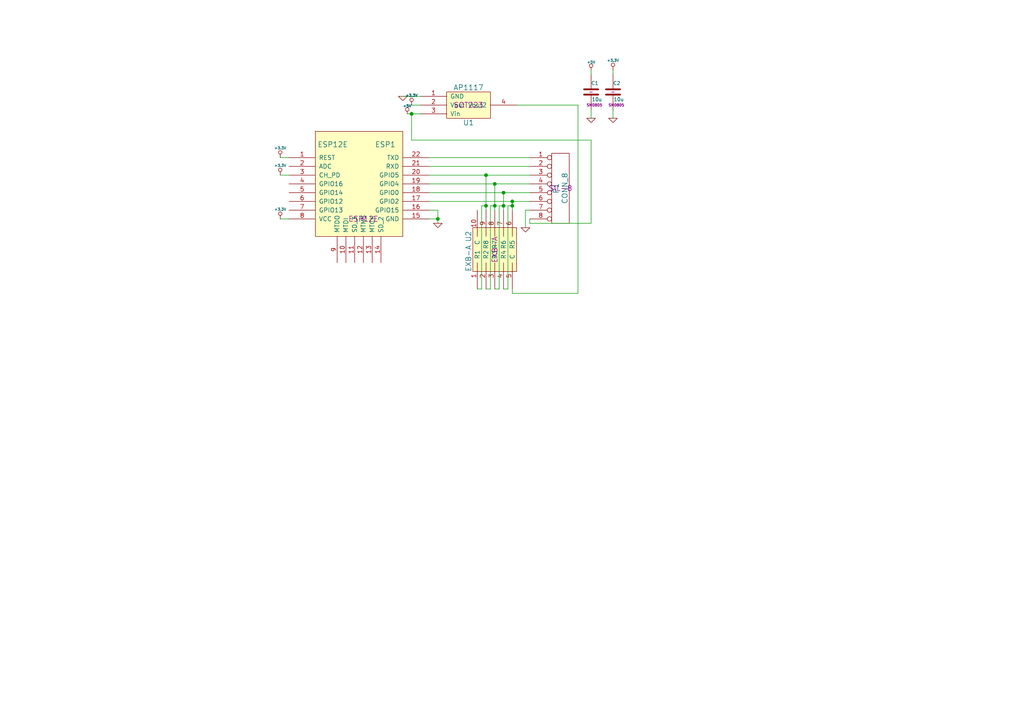
<source format=kicad_sch>
(kicad_sch (version 20230121) (generator eeschema)
  (paper "A4")
  (title_block (title "noname.sch") (date "10 oct 2015"))
  (lib_symbols
    (symbol "esp12e-generics-rescue:+3.3V" (power) (pin_names (offset 0))
      (property "Value" "+3.3V" (at 0 2.794 0))
      (symbol "+3.3V_0_0"
        (pin power_in line (at 0 0 90) (length 0) hide (name "+3.3V") (number "1"))
      )
      (symbol "+3.3V_0_1"
        (polyline (pts (xy 0 0) (xy 0 1.016) (xy 0 1.016)))
        (circle (center 0 1.524) (radius 0.508))
      )
    )
    (symbol "esp12e-generics-rescue:+5V" (power) (pin_names (offset 1.016))
      (property "Value" "+5V" (at 0 2.286 0))
      (symbol "+5V_0_0"
        (pin power_in line (at 0 0 90) (length 0) hide (name "+5V") (number "1"))
      )
      (symbol "+5V_0_1"
        (polyline (pts (xy 0 0) (xy 0 0.762) (xy 0 0.762) (xy 0 0.762)))
        (circle (center 0 1.27) (radius 0.508))
      )
    )
    (symbol "esp12e-generics-rescue:AP1117" (pin_names (offset 1.016))
      (property "Reference" "U" (at 0 5.08 0))
      (property "Value" "AP1117" (at 0 -5.08 0))
      (symbol "AP1117_0_1"
        (rectangle (start -6.35 3.81) (end 6.35 -3.81) (fill (type background)))
      )
      (symbol "AP1117_1_1"
        (pin bidirectional line (at 13.97 -2.54 180) (length 7.62) (name "GND") (number "1"))
        (pin bidirectional line (at 13.97 0 180) (length 7.62) (name "Vout") (number "2"))
        (pin bidirectional line (at 13.97 2.54 180) (length 7.62) (name "Vin") (number "3"))
        (pin bidirectional line (at -13.97 0 0) (length 7.62) (name "Vout2") (number "4"))
      )
    )
    (symbol "esp12e-generics-rescue:C" (pin_numbers hide) (pin_names (offset 0.254))
      (property "Reference" "C" (at 0 2.54 0))
      (property "Value" "C" (at 0.1524 -2.159 0))
      (symbol "C_0_1"
        (polyline (pts (xy -2.032 -0.762) (xy 2.032 -0.762)) (stroke (width 0.508)))
        (polyline (pts (xy -2.032 0.762) (xy 2.032 0.762)) (stroke (width 0.508)))
      )
      (symbol "C_1_1"
        (pin passive line (at 0 5.08 270) (length 4.318) (name "~") (number "1"))
        (pin passive line (at 0 -5.08 90) (length 4.318) (name "~") (number "2"))
      )
    )
    (symbol "esp12e-generics-rescue:CONN_8" (pin_names (offset 1.016) hide)
      (property "Reference" "P" (at -1.27 0 90))
      (property "Value" "CONN_8" (at 1.27 0 90))
      (symbol "CONN_8_0_1"
        (rectangle (start -2.54 10.16) (end 2.54 -10.16))
      )
      (symbol "CONN_8_1_1"
        (pin passive inverted (at -8.89 8.89 0) (length 6.35) (name "P1") (number "1"))
        (pin passive inverted (at -8.89 6.35 0) (length 6.35) (name "P2") (number "2"))
        (pin passive inverted (at -8.89 3.81 0) (length 6.35) (name "P3") (number "3"))
        (pin passive inverted (at -8.89 1.27 0) (length 6.35) (name "P4") (number "4"))
        (pin passive inverted (at -8.89 -1.27 0) (length 6.35) (name "P5") (number "5"))
        (pin passive inverted (at -8.89 -3.81 0) (length 6.35) (name "P6") (number "6"))
        (pin passive inverted (at -8.89 -6.35 0) (length 6.35) (name "P7") (number "7"))
        (pin passive inverted (at -8.89 -8.89 0) (length 6.35) (name "P8") (number "8"))
      )
    )
    (symbol "esp12e-generics-rescue:ESP12E" (pin_names (offset 1.016))
      (property "Reference" "ESP" (at 7.62 15.24 0))
      (property "Value" "ESP12E" (at -7.62 15.24 0))
      (symbol "ESP12E_0_1"
        (rectangle (start -12.7 19.05) (end 12.7 -11.43) (fill (type background)))
      )
      (symbol "ESP12E_1_1"
        (pin input line (at -20.32 11.43 0) (length 7.62) (name "REST") (number "1"))
        (pin input line (at -3.81 -19.05 90) (length 7.62) (name "MTDI") (number "10"))
        (pin input line (at -1.27 -19.05 90) (length 7.62) (name "SD_3") (number "11"))
        (pin input line (at 1.27 -19.05 90) (length 7.62) (name "MTMS") (number "12"))
        (pin input line (at 3.81 -19.05 90) (length 7.62) (name "MTCK") (number "13"))
        (pin input line (at 6.35 -19.05 90) (length 7.62) (name "SD_2") (number "14"))
        (pin input line (at 20.32 -6.35 180) (length 7.62) (name "GND") (number "15"))
        (pin input line (at 20.32 -3.81 180) (length 7.62) (name "GPIO15") (number "16"))
        (pin input line (at 20.32 -1.27 180) (length 7.62) (name "GPIO2") (number "17"))
        (pin input line (at 20.32 1.27 180) (length 7.62) (name "GPIO0") (number "18"))
        (pin input line (at 20.32 3.81 180) (length 7.62) (name "GPIO4") (number "19"))
        (pin input line (at -20.32 8.89 0) (length 7.62) (name "ADC") (number "2"))
        (pin input line (at 20.32 6.35 180) (length 7.62) (name "GPIO5") (number "20"))
        (pin input line (at 20.32 8.89 180) (length 7.62) (name "RXD") (number "21"))
        (pin input line (at 20.32 11.43 180) (length 7.62) (name "TXD") (number "22"))
        (pin input line (at -20.32 6.35 0) (length 7.62) (name "CH_PD") (number "3"))
        (pin input line (at -20.32 3.81 0) (length 7.62) (name "GPIO16") (number "4"))
        (pin input line (at -20.32 1.27 0) (length 7.62) (name "GPIO14") (number "5"))
        (pin input line (at -20.32 -1.27 0) (length 7.62) (name "GPIO12") (number "6"))
        (pin input line (at -20.32 -3.81 0) (length 7.62) (name "GPIO13") (number "7"))
        (pin input line (at -20.32 -6.35 0) (length 7.62) (name "VCC") (number "8"))
        (pin input line (at -6.35 -19.05 90) (length 7.62) (name "MTDO") (number "9"))
      )
    )
    (symbol "esp12e-generics-rescue:EXB-A" (pin_names (offset 1.016))
      (property "Reference" "U" (at 3.81 7.62 0))
      (property "Value" "EXB-A" (at -2.54 7.62 0))
      (symbol "EXB-A_0_1"
        (rectangle (start -6.35 6.35) (end 6.35 -6.35) (fill (type background)))
      )
      (symbol "EXB-A_1_1"
        (pin bidirectional line (at -11.43 5.08 0) (length 7.62) (name "R1") (number "1"))
        (pin bidirectional line (at 11.43 5.08 180) (length 7.62) (name "C") (number "10"))
        (pin bidirectional line (at -11.43 2.54 0) (length 7.62) (name "R2") (number "2"))
        (pin bidirectional line (at -11.43 0 0) (length 7.62) (name "R3") (number "3"))
        (pin bidirectional line (at -11.43 -2.54 0) (length 7.62) (name "R4") (number "4"))
        (pin bidirectional line (at -11.43 -5.08 0) (length 7.62) (name "C") (number "5"))
        (pin bidirectional line (at 11.43 -5.08 180) (length 7.62) (name "R5") (number "6"))
        (pin bidirectional line (at 11.43 -2.54 180) (length 7.62) (name "R6") (number "7"))
        (pin bidirectional line (at 11.43 0 180) (length 7.62) (name "R7") (number "8"))
        (pin bidirectional line (at 11.43 2.54 180) (length 7.62) (name "R8") (number "9"))
      )
    )
    (symbol "esp12e-generics-rescue:GND" (power) (pin_names (offset 0))
      (symbol "GND_0_1"
        (polyline (pts (xy -1.27 0) (xy 0 -1.27) (xy 1.27 0) (xy -1.27 0)))
      )
      (symbol "GND_1_1"
        (pin power_in line (at 0 0 90) (length 0) hide (name "GND") (number "1"))
      )
    )
  )
  (junction (at 140.97 59.69))
  (junction (at 146.05 55.88))
  (junction (at 148.59 59.69))
  (junction (at 140.97 50.8))
  (junction (at 119.38 33.02))
  (junction (at 127 63.5))
  (junction (at 143.51 53.34))
  (junction (at 148.59 58.42))
  (junction (at 146.05 59.69))
  (junction (at 143.51 59.69))
  (wire (pts (xy 171.45 40.64) (xy 171.45 64.77)))
  (wire (pts (xy 81.28 63.5) (xy 83.82 63.5)))
  (wire (pts (xy 127 63.5) (xy 124.46 63.5)))
  (wire (pts (xy 81.28 50.8) (xy 83.82 50.8)))
  (wire (pts (xy 144.78 59.69) (xy 144.78 83.82)))
  (wire (pts (xy 143.51 53.34) (xy 143.51 59.69)))
  (wire (pts (xy 140.97 50.8) (xy 140.97 59.69)))
  (wire (pts (xy 140.97 59.69) (xy 140.97 60.96)))
  (wire (pts (xy 116.84 27.94) (xy 121.92 27.94)))
  (wire (pts (xy 81.28 45.72) (xy 83.82 45.72)))
  (wire (pts (xy 146.05 59.69) (xy 144.78 59.69)))
  (wire (pts (xy 146.05 55.88) (xy 153.67 55.88)))
  (wire (pts (xy 139.7 83.82) (xy 139.7 59.69)))
  (wire (pts (xy 124.46 60.96) (xy 127 60.96)))
  (wire (pts (xy 144.78 83.82) (xy 143.51 83.82)))
  (wire (pts (xy 147.32 83.82) (xy 146.05 83.82)))
  (wire (pts (xy 118.11 33.02) (xy 119.38 33.02)))
  (wire (pts (xy 142.24 59.69) (xy 142.24 83.82)))
  (wire (pts (xy 124.46 58.42) (xy 148.59 58.42)))
  (wire (pts (xy 138.43 83.82) (xy 139.7 83.82)))
  (wire (pts (xy 148.59 85.09) (xy 167.64 85.09)))
  (wire (pts (xy 143.51 53.34) (xy 153.67 53.34)))
  (wire (pts (xy 140.97 50.8) (xy 153.67 50.8)))
  (wire (pts (xy 146.05 59.69) (xy 146.05 60.96)))
  (wire (pts (xy 146.05 55.88) (xy 146.05 59.69)))
  (wire (pts (xy 149.86 30.48) (xy 167.64 30.48)))
  (wire (pts (xy 127 60.96) (xy 127 63.5)))
  (wire (pts (xy 167.64 85.09) (xy 167.64 30.48)))
  (wire (pts (xy 119.38 33.02) (xy 119.38 40.64)))
  (wire (pts (xy 153.67 45.72) (xy 124.46 45.72)))
  (wire (pts (xy 119.38 33.02) (xy 121.92 33.02)))
  (wire (pts (xy 119.38 40.64) (xy 171.45 40.64)))
  (wire (pts (xy 171.45 34.29) (xy 171.45 31.75)))
  (wire (pts (xy 152.4 60.96) (xy 153.67 60.96)))
  (wire (pts (xy 124.46 50.8) (xy 140.97 50.8)))
  (wire (pts (xy 177.8 34.29) (xy 177.8 31.75)))
  (wire (pts (xy 124.46 53.34) (xy 143.51 53.34)))
  (wire (pts (xy 171.45 20.32) (xy 171.45 21.59)))
  (wire (pts (xy 171.45 64.77) (xy 153.67 64.77)))
  (wire (pts (xy 153.67 64.77) (xy 153.67 63.5)))
  (wire (pts (xy 177.8 20.32) (xy 177.8 21.59)))
  (wire (pts (xy 143.51 59.69) (xy 142.24 59.69)))
  (wire (pts (xy 142.24 83.82) (xy 140.97 83.82)))
  (wire (pts (xy 152.4 66.04) (xy 152.4 60.96)))
  (wire (pts (xy 148.59 58.42) (xy 153.67 58.42)))
  (wire (pts (xy 147.32 59.69) (xy 147.32 83.82)))
  (wire (pts (xy 143.51 59.69) (xy 143.51 60.96)))
  (wire (pts (xy 119.38 30.48) (xy 121.92 30.48)))
  (wire (pts (xy 148.59 59.69) (xy 147.32 59.69)))
  (wire (pts (xy 124.46 48.26) (xy 153.67 48.26)))
  (wire (pts (xy 127 63.5) (xy 127 64.77)))
  (wire (pts (xy 148.59 58.42) (xy 148.59 59.69)))
  (wire (pts (xy 124.46 55.88) (xy 146.05 55.88)))
  (wire (pts (xy 148.59 85.09) (xy 148.59 83.82)))
  (wire (pts (xy 148.59 59.69) (xy 148.59 60.96)))
  (wire (pts (xy 139.7 59.69) (xy 140.97 59.69)))
  (symbol (lib_id "esp12e-generics-rescue:ESP12E") (at 104.14 57.15 0) (unit 1)
    (property "Reference" "ESP1" (at 111.76 41.91 0) (effects (font (size 1.524 1.524))))
    (property "Value" "ESP12E" (at 96.52 41.91 0) (effects (font (size 1.524 1.524))))
    (property "Footprint" "ESP12E" (at 105.41 63.5 0) (effects (font (size 1.524 1.524))))
    (property "Datasheet" "~" (at 105.41 63.5 0) (effects (font (size 1.524 1.524))))
  )
  (symbol (lib_id "esp12e-generics-rescue:AP1117") (at 135.89 30.48 180) (unit 1)
    (property "Reference" "U1" (at 135.89 35.56 0) (effects (font (size 1.524 1.524))))
    (property "Value" "AP1117" (at 135.89 25.4 0) (effects (font (size 1.524 1.524))))
    (property "Footprint" "SOT223" (at 135.89 30.48 0) (effects (font (size 1.524 1.524))))
  )
  (symbol (lib_id "esp12e-generics-rescue:+3.3V") (at 81.28 63.5 0) (unit 1)
    (property "Reference" "#PWR01" (effects hide))
    (property "Value" "+3.3V" (at 81.28 60.706 0) (effects (font (size 0.762 0.762))))
  )
  (symbol (lib_id "esp12e-generics-rescue:+3.3V") (at 119.38 30.48 0) (unit 1)
    (property "Reference" "#PWR02" (effects hide))
    (property "Value" "+3.3V" (at 119.38 27.686 0) (effects (font (size 0.762 0.762))))
  )
  (symbol (lib_id "esp12e-generics-rescue:+5V") (at 118.11 33.02 0) (unit 1)
    (property "Reference" "#PWR03" (effects hide))
    (property "Value" "+5V" (at 118.11 30.734 0) (effects (font (size 0.762 0.762))))
  )
  (symbol (lib_id "esp12e-generics-rescue:GND") (at 116.84 27.94 0) (unit 1)
    (property "Reference" "#PWR04" (effects hide))
    (property "Value" "GND" (effects hide))
  )
  (symbol (lib_id "esp12e-generics-rescue:GND") (at 127 64.77 0) (unit 1)
    (property "Reference" "#PWR05" (effects hide))
    (property "Value" "GND" (effects hide))
  )
  (symbol (lib_id "esp12e-generics-rescue:+3.3V") (at 81.28 50.8 0) (unit 1)
    (property "Reference" "#PWR06" (effects hide))
    (property "Value" "+3.3V" (at 81.28 48.006 0) (effects (font (size 0.762 0.762))))
  )
  (symbol (lib_id "esp12e-generics-rescue:+3.3V") (at 81.28 45.72 0) (unit 1)
    (property "Reference" "#PWR07" (effects hide))
    (property "Value" "+3.3V" (at 81.28 42.926 0) (effects (font (size 0.762 0.762))))
  )
  (symbol (lib_id "esp12e-generics-rescue:GND") (at 152.4 66.04 0) (unit 1)
    (property "Reference" "#PWR08" (effects hide))
    (property "Value" "GND" (effects hide))
  )
  (symbol (lib_id "esp12e-generics-rescue:CONN_8") (at 162.56 54.61 0) (unit 1)
    (property "Reference" "P1" (at 161.29 54.61 90) (effects (font (size 1.524 1.524))))
    (property "Value" "CONN_8" (at 163.83 54.61 90) (effects (font (size 1.524 1.524))))
    (property "Footprint" "SIL-8" (at 162.56 54.61 0) (effects (font (size 1.524 1.524))))
  )
  (symbol (lib_id "esp12e-generics-rescue:EXB-A") (at 143.51 72.39 90) (unit 1)
    (property "Reference" "U2" (at 135.89 68.58 0) (effects (font (size 1.524 1.524))))
    (property "Value" "EXB-A" (at 135.89 74.93 0) (effects (font (size 1.524 1.524))))
    (property "Footprint" "EXB-A" (at 143.51 72.39 0) (effects (font (size 1.524 1.524))))
  )
  (symbol (lib_id "esp12e-generics-rescue:C") (at 171.45 26.67 0) (unit 1)
    (property "Reference" "C1" (at 171.45 24.13 0) (effects (font (size 1.016 1.016)) (justify left)))
    (property "Value" "10u" (at 171.6024 28.829 0) (effects (font (size 1.016 1.016)) (justify left)))
    (property "Footprint" "SM0805" (at 172.4152 30.48 0) (effects (font (size 0.762 0.762))))
    (property "Datasheet" "~" (at 171.45 26.67 0) (effects (font (size 1.524 1.524))))
  )
  (symbol (lib_id "esp12e-generics-rescue:C") (at 177.8 26.67 0) (unit 1)
    (property "Reference" "C2" (at 177.8 24.13 0) (effects (font (size 1.016 1.016)) (justify left)))
    (property "Value" "10u" (at 177.9524 28.829 0) (effects (font (size 1.016 1.016)) (justify left)))
    (property "Footprint" "SM0805" (at 178.7652 30.48 0) (effects (font (size 0.762 0.762))))
    (property "Datasheet" "~" (at 177.8 26.67 0) (effects (font (size 1.524 1.524))))
  )
  (symbol (lib_id "esp12e-generics-rescue:+3.3V") (at 177.8 20.32 0) (unit 1)
    (property "Reference" "#PWR09" (effects hide))
    (property "Value" "+3.3V" (at 177.8 17.526 0) (effects (font (size 0.762 0.762))))
  )
  (symbol (lib_id "esp12e-generics-rescue:+5V") (at 171.45 20.32 0) (unit 1)
    (property "Reference" "#PWR010" (effects hide))
    (property "Value" "+5V" (at 171.45 18.034 0) (effects (font (size 0.762 0.762))))
  )
  (symbol (lib_id "esp12e-generics-rescue:GND") (at 171.45 34.29 0) (unit 1)
    (property "Reference" "#PWR011" (effects hide))
    (property "Value" "GND" (effects hide))
  )
  (symbol (lib_id "esp12e-generics-rescue:GND") (at 177.8 34.29 0) (unit 1)
    (property "Reference" "#PWR012" (effects hide))
    (property "Value" "GND" (effects hide))
  )
)
</source>
